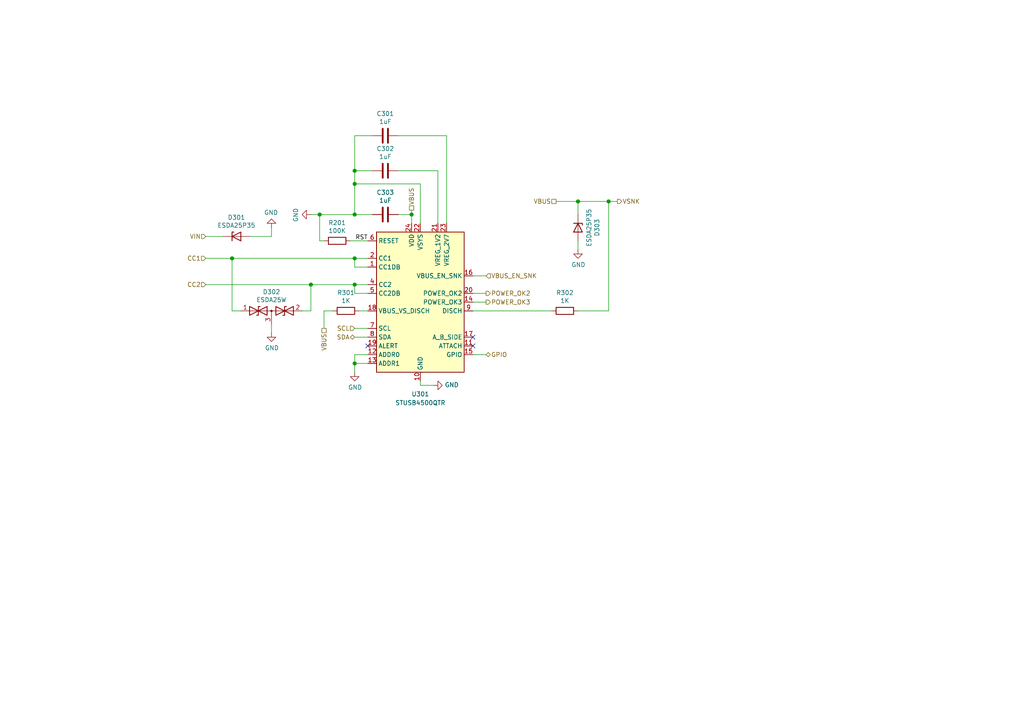
<source format=kicad_sch>
(kicad_sch (version 20200828) (generator eeschema)
  (page 2 4)
  (paper "A4")
  (lib_symbols
    (symbol "Device:C" (pin_numbers hide) (pin_names (offset 0.254))
      (property "Reference" "C" (at 0.635 2.54 0))
      (property "Value" "C" (at 0.635 -2.54 0))
      (symbol "C_0_1"
        (polyline (pts (xy -2.032 -0.762) (xy 2.032 -0.762)) (stroke (width 0.508)))
        (polyline (pts (xy -2.032 0.762) (xy 2.032 0.762)) (stroke (width 0.508)))
      )
      (symbol "C_1_1"
        (pin passive line (at 0 3.81 270) (length 2.794) (name "~") (number "1"))
        (pin passive line (at 0 -3.81 90) (length 2.794) (name "~") (number "2"))
      )
    )
    (symbol "Device:D_TVS_x2_AAC" (pin_names (offset 1.016) hide)
      (property "Reference" "D" (at 0 4.445 0))
      (property "Value" "Device_D_TVS_x2_AAC" (at 0 2.54 0))
      (symbol "D_TVS_x2_AAC_0_1"
        (circle (center 0 0) (radius 0.254) (fill (type outline)))
        (polyline (pts (xy -6.35 0) (xy 6.35 0)))
        (polyline (pts (xy -3.302 1.27) (xy -3.81 1.27) (xy -3.81 -1.27) (xy -4.318 -1.27)) (stroke (width 0.254)))
        (polyline (pts (xy 4.318 1.27) (xy 3.81 1.27) (xy 3.81 -1.27) (xy 3.302 -1.27)) (stroke (width 0.254)))
        (polyline (pts (xy -6.35 1.27) (xy -1.27 -1.27) (xy -1.27 1.27) (xy -6.35 -1.27) (xy -6.35 1.27)) (stroke (width 0.254)))
        (polyline (pts (xy 6.35 1.27) (xy 1.27 -1.27) (xy 1.27 1.27) (xy 6.35 -1.27) (xy 6.35 1.27)) (stroke (width 0.254)))
      )
      (symbol "D_TVS_x2_AAC_0_0"
        (polyline (pts (xy 0 -1.27) (xy 0 0)))
      )
      (symbol "D_TVS_x2_AAC_1_1"
        (pin passive line (at -8.89 0 0) (length 2.54) (name "A1") (number "1"))
        (pin passive line (at 8.89 0 180) (length 2.54) (name "A2") (number "2"))
        (pin input line (at 0 -3.81 90) (length 2.54) (name "common") (number "3"))
      )
    )
    (symbol "Device:D_Zener" (pin_numbers hide) (pin_names (offset 1.016) hide)
      (property "Reference" "D" (at 0 2.54 0))
      (property "Value" "D_Zener" (at 0 -2.54 0))
      (symbol "D_Zener_0_1"
        (polyline (pts (xy 1.27 0) (xy -1.27 0)))
        (polyline (pts (xy -1.27 -1.27) (xy -1.27 1.27) (xy -0.762 1.27)) (stroke (width 0.254)))
        (polyline (pts (xy 1.27 -1.27) (xy 1.27 1.27) (xy -1.27 0) (xy 1.27 -1.27)) (stroke (width 0.254)))
      )
      (symbol "D_Zener_1_1"
        (pin passive line (at -3.81 0 0) (length 2.54) (name "K") (number "1"))
        (pin passive line (at 3.81 0 180) (length 2.54) (name "A") (number "2"))
      )
    )
    (symbol "Device:R" (pin_numbers hide) (pin_names (offset 0))
      (property "Reference" "R" (at 2.032 0 90))
      (property "Value" "R" (at 0 0 90))
      (symbol "R_0_1"
        (rectangle (start -1.016 -2.54) (end 1.016 2.54) (stroke (width 0.254)))
      )
      (symbol "R_1_1"
        (pin passive line (at 0 3.81 270) (length 1.27) (name "~") (number "1"))
        (pin passive line (at 0 -3.81 90) (length 1.27) (name "~") (number "2"))
      )
    )
    (symbol "Interface_USB:STUSB4500QTR"
      (property "Reference" "U" (at -12.7 21.59 0))
      (property "Value" "STUSB4500QTR" (at 8.89 -21.59 0))
      (symbol "STUSB4500QTR_0_1"
        (rectangle (start -12.7 20.32) (end 12.7 -20.32) (stroke (width 0.254)) (fill (type background)))
      )
      (symbol "STUSB4500QTR_1_1"
        (pin bidirectional line (at -15.24 10.16 0) (length 2.54) (name "CC1DB") (number "1"))
        (pin power_in line (at 0 -22.86 90) (length 2.54) (name "GND") (number "10"))
        (pin open_collector line (at 15.24 -12.7 180) (length 2.54) (name "ATTACH") (number "11"))
        (pin input line (at -15.24 -15.24 0) (length 2.54) (name "ADDR0") (number "12"))
        (pin input line (at -15.24 -17.78 0) (length 2.54) (name "ADDR1") (number "13"))
        (pin open_collector line (at 15.24 0 180) (length 2.54) (name "POWER_OK3") (number "14"))
        (pin open_collector line (at 15.24 -15.24 180) (length 2.54) (name "GPIO") (number "15"))
        (pin open_collector line (at 15.24 7.62 180) (length 2.54) (name "VBUS_EN_SNK") (number "16"))
        (pin open_collector line (at 15.24 -10.16 180) (length 2.54) (name "A_B_SIDE") (number "17"))
        (pin input line (at -15.24 -2.54 0) (length 2.54) (name "VBUS_VS_DISCH") (number "18"))
        (pin open_collector line (at -15.24 -12.7 0) (length 2.54) (name "ALERT") (number "19"))
        (pin bidirectional line (at -15.24 12.7 0) (length 2.54) (name "CC1") (number "2"))
        (pin open_collector line (at 15.24 2.54 180) (length 2.54) (name "POWER_OK2") (number "20"))
        (pin power_out line (at 5.08 22.86 270) (length 2.54) (name "VREG_1V2") (number "21"))
        (pin power_in line (at 0 22.86 270) (length 2.54) (name "VSYS") (number "22"))
        (pin power_out line (at 7.62 22.86 270) (length 2.54) (name "VREG_2V7") (number "23"))
        (pin power_in line (at -2.54 22.86 270) (length 2.54) (name "VDD") (number "24"))
        (pin passive line (at 0 -22.86 90) (length 2.54) hide (name "GND") (number "25"))
        (pin unconnected line (at -12.7 15.24 0) (length 2.54) hide (name "NC") (number "3"))
        (pin bidirectional line (at -15.24 5.08 0) (length 2.54) (name "CC2") (number "4"))
        (pin bidirectional line (at -15.24 2.54 0) (length 2.54) (name "CC2DB") (number "5"))
        (pin input line (at -15.24 17.78 0) (length 2.54) (name "RESET") (number "6"))
        (pin input line (at -15.24 -7.62 0) (length 2.54) (name "SCL") (number "7"))
        (pin bidirectional line (at -15.24 -10.16 0) (length 2.54) (name "SDA") (number "8"))
        (pin bidirectional line (at 15.24 -2.54 180) (length 2.54) (name "DISCH") (number "9"))
      )
    )
    (symbol "power:GND" (power) (pin_names (offset 0))
      (property "Value" "GND" (at 0 -3.81 0))
      (symbol "GND_0_1"
        (polyline (pts (xy 0 0) (xy 0 -1.27) (xy 1.27 -1.27) (xy 0 -2.54) (xy -1.27 -1.27) (xy 0 -1.27)))
      )
      (symbol "GND_1_1"
        (pin power_in line (at 0 0 270) (length 0) hide (name "GND") (number "1"))
      )
    )
  )
  (junction (at 67.31 74.93) (diameter 1.016))
  (junction (at 90.17 82.55) (diameter 1.016))
  (junction (at 92.71 62.23) (diameter 1.016))
  (junction (at 102.87 49.53) (diameter 1.016))
  (junction (at 102.87 53.34) (diameter 1.016))
  (junction (at 102.87 62.23) (diameter 1.016))
  (junction (at 102.87 74.93) (diameter 1.016))
  (junction (at 102.87 82.55) (diameter 1.016))
  (junction (at 102.87 105.41) (diameter 1.016))
  (junction (at 119.38 62.23) (diameter 1.016))
  (junction (at 167.64 58.42) (diameter 1.016))
  (junction (at 176.53 58.42) (diameter 1.016))
  (no_connect (at 137.16 97.79))
  (no_connect (at 106.68 100.33))
  (no_connect (at 137.16 100.33))
  (wire (pts (xy 59.69 82.55) (xy 90.17 82.55)))
  (wire (pts (xy 64.77 68.58) (xy 59.69 68.58)))
  (wire (pts (xy 67.31 74.93) (xy 59.69 74.93)))
  (wire (pts (xy 67.31 74.93) (xy 102.87 74.93)))
  (wire (pts (xy 67.31 90.17) (xy 67.31 74.93)))
  (wire (pts (xy 69.85 90.17) (xy 67.31 90.17)))
  (wire (pts (xy 78.74 66.04) (xy 78.74 68.58)))
  (wire (pts (xy 78.74 68.58) (xy 72.39 68.58)))
  (wire (pts (xy 78.74 93.98) (xy 78.74 96.52)))
  (wire (pts (xy 87.63 90.17) (xy 90.17 90.17)))
  (wire (pts (xy 90.17 82.55) (xy 102.87 82.55)))
  (wire (pts (xy 90.17 90.17) (xy 90.17 82.55)))
  (wire (pts (xy 92.71 62.23) (xy 90.17 62.23)))
  (wire (pts (xy 92.71 69.85) (xy 92.71 62.23)))
  (wire (pts (xy 93.98 69.85) (xy 92.71 69.85)))
  (wire (pts (xy 93.98 90.17) (xy 93.98 95.25)))
  (wire (pts (xy 96.52 90.17) (xy 93.98 90.17)))
  (wire (pts (xy 101.6 69.85) (xy 106.68 69.85)))
  (wire (pts (xy 102.87 39.37) (xy 102.87 49.53)))
  (wire (pts (xy 102.87 49.53) (xy 102.87 53.34)))
  (wire (pts (xy 102.87 53.34) (xy 102.87 62.23)))
  (wire (pts (xy 102.87 62.23) (xy 92.71 62.23)))
  (wire (pts (xy 102.87 74.93) (xy 106.68 74.93)))
  (wire (pts (xy 102.87 77.47) (xy 102.87 74.93)))
  (wire (pts (xy 102.87 82.55) (xy 106.68 82.55)))
  (wire (pts (xy 102.87 85.09) (xy 102.87 82.55)))
  (wire (pts (xy 102.87 95.25) (xy 106.68 95.25)))
  (wire (pts (xy 102.87 97.79) (xy 106.68 97.79)))
  (wire (pts (xy 102.87 102.87) (xy 102.87 105.41)))
  (wire (pts (xy 102.87 105.41) (xy 102.87 107.95)))
  (wire (pts (xy 106.68 77.47) (xy 102.87 77.47)))
  (wire (pts (xy 106.68 85.09) (xy 102.87 85.09)))
  (wire (pts (xy 106.68 90.17) (xy 104.14 90.17)))
  (wire (pts (xy 106.68 102.87) (xy 102.87 102.87)))
  (wire (pts (xy 106.68 105.41) (xy 102.87 105.41)))
  (wire (pts (xy 107.95 39.37) (xy 102.87 39.37)))
  (wire (pts (xy 107.95 49.53) (xy 102.87 49.53)))
  (wire (pts (xy 107.95 62.23) (xy 102.87 62.23)))
  (wire (pts (xy 119.38 62.23) (xy 115.57 62.23)))
  (wire (pts (xy 119.38 62.23) (xy 119.38 60.96)))
  (wire (pts (xy 119.38 64.77) (xy 119.38 62.23)))
  (wire (pts (xy 121.92 53.34) (xy 102.87 53.34)))
  (wire (pts (xy 121.92 64.77) (xy 121.92 53.34)))
  (wire (pts (xy 121.92 110.49) (xy 121.92 111.76)))
  (wire (pts (xy 121.92 111.76) (xy 125.73 111.76)))
  (wire (pts (xy 127 49.53) (xy 115.57 49.53)))
  (wire (pts (xy 127 49.53) (xy 127 64.77)))
  (wire (pts (xy 129.54 39.37) (xy 115.57 39.37)))
  (wire (pts (xy 129.54 39.37) (xy 129.54 64.77)))
  (wire (pts (xy 137.16 80.01) (xy 140.97 80.01)))
  (wire (pts (xy 137.16 85.09) (xy 140.97 85.09)))
  (wire (pts (xy 137.16 87.63) (xy 140.97 87.63)))
  (wire (pts (xy 140.97 102.87) (xy 137.16 102.87)))
  (wire (pts (xy 160.02 90.17) (xy 137.16 90.17)))
  (wire (pts (xy 161.29 58.42) (xy 167.64 58.42)))
  (wire (pts (xy 167.64 62.23) (xy 167.64 58.42)))
  (wire (pts (xy 167.64 69.85) (xy 167.64 72.39)))
  (wire (pts (xy 176.53 58.42) (xy 167.64 58.42)))
  (wire (pts (xy 176.53 58.42) (xy 176.53 90.17)))
  (wire (pts (xy 176.53 90.17) (xy 167.64 90.17)))
  (wire (pts (xy 179.07 58.42) (xy 176.53 58.42)))
  (label "RST" (at 106.68 69.85 180))
  (hierarchical_label "VIN" (shape input) (at 59.69 68.58 180))
  (hierarchical_label "CC1" (shape input) (at 59.69 74.93 180))
  (hierarchical_label "CC2" (shape input) (at 59.69 82.55 180))
  (hierarchical_label "VBUS" (shape passive) (at 93.98 95.25 270))
  (hierarchical_label "SCL" (shape input) (at 102.87 95.25 180))
  (hierarchical_label "SDA" (shape bidirectional) (at 102.87 97.79 180))
  (hierarchical_label "VBUS" (shape passive) (at 119.38 60.96 90))
  (hierarchical_label "VBUS_EN_SNK" (shape input) (at 140.97 80.01 0))
  (hierarchical_label "POWER_OK2" (shape output) (at 140.97 85.09 0))
  (hierarchical_label "POWER_OK3" (shape output) (at 140.97 87.63 0))
  (hierarchical_label "GPIO" (shape bidirectional) (at 140.97 102.87 0))
  (hierarchical_label "VBUS" (shape passive) (at 161.29 58.42 180))
  (hierarchical_label "VSNK" (shape output) (at 179.07 58.42 0))
  (symbol (lib_id "power:GND") (at 78.74 66.04 180) (unit 1)
    (property "Reference" "#PWR0301" (effects hide))
    (property "Value" "GND" (at 78.613 61.6458 0))
  )
  (symbol (lib_id "power:GND") (at 78.74 96.52 0) (unit 1)
    (property "Reference" "#PWR0302" (effects hide))
    (property "Value" "GND" (at 78.867 100.9142 0))
  )
  (symbol (lib_id "power:GND") (at 90.17 62.23 270) (unit 1)
    (property "Reference" "#PWR0303" (effects hide))
    (property "Value" "GND" (at 85.7758 62.357 0))
  )
  (symbol (lib_id "power:GND") (at 102.87 107.95 0) (unit 1)
    (property "Reference" "#PWR0304" (effects hide))
    (property "Value" "GND" (at 102.997 112.3442 0))
  )
  (symbol (lib_id "power:GND") (at 125.73 111.76 90) (unit 1)
    (property "Reference" "#PWR0305" (effects hide))
    (property "Value" "GND" (at 128.9812 111.633 90) (effects (justify right)))
  )
  (symbol (lib_id "power:GND") (at 167.64 72.39 0) (unit 1)
    (property "Reference" "#PWR0306" (effects hide))
    (property "Value" "GND" (at 167.767 76.7842 0))
  )
  (symbol (lib_id "Device:R") (at 97.79 69.85 90) (unit 1)
    (property "Reference" "R201" (at 97.79 64.6238 90))
    (property "Value" "100K" (at 97.79 66.923 90))
    (property "Footprint" "Resistor_SMD:R_0603_1608Metric" (effects hide))
  )
  (symbol (lib_id "Device:R") (at 100.33 90.17 270) (unit 1)
    (property "Reference" "R301" (at 100.33 84.9122 90))
    (property "Value" "1K" (at 100.33 87.2236 90))
    (property "Footprint" "Resistor_SMD:R_0603_1608Metric" (effects hide))
  )
  (symbol (lib_id "Device:R") (at 163.83 90.17 270) (unit 1)
    (property "Reference" "R302" (at 163.83 84.9122 90))
    (property "Value" "1K" (at 163.83 87.2236 90))
    (property "Footprint" "Resistor_SMD:R_0603_1608Metric" (effects hide))
  )
  (symbol (lib_id "Device:D_Zener") (at 68.58 68.58 0) (unit 1)
    (property "Reference" "D301" (at 68.58 63.0682 0))
    (property "Value" "ESDA25P35" (at 68.58 65.3796 0))
    (property "Footprint" "Diode_SMD:D_0603_1608Metric" (effects hide))
    (property "Part" "ESDA25P35" (effects hide))
  )
  (symbol (lib_id "Device:D_Zener") (at 167.64 66.04 270) (unit 1)
    (property "Reference" "D303" (at 173.1518 66.04 0))
    (property "Value" "ESDA25P35" (at 170.8404 66.04 0))
    (property "Footprint" "Diode_SMD:D_0603_1608Metric" (effects hide))
    (property "Part" "ESDA25P35" (effects hide))
  )
  (symbol (lib_id "Device:C") (at 111.76 39.37 270) (unit 1)
    (property "Reference" "C301" (at 111.76 32.9692 90))
    (property "Value" "1uF" (at 111.76 35.2806 90))
    (property "Footprint" "Capacitor_SMD:C_0603_1608Metric" (effects hide))
  )
  (symbol (lib_id "Device:C") (at 111.76 49.53 270) (unit 1)
    (property "Reference" "C302" (at 111.76 43.1292 90))
    (property "Value" "1uF" (at 111.76 45.4406 90))
    (property "Footprint" "Capacitor_SMD:C_0603_1608Metric" (effects hide))
  )
  (symbol (lib_id "Device:C") (at 111.76 62.23 270) (unit 1)
    (property "Reference" "C303" (at 111.76 55.8292 90))
    (property "Value" "1uF" (at 111.76 58.1406 90))
    (property "Footprint" "Capacitor_SMD:C_0603_1608Metric" (effects hide))
  )
  (symbol (lib_id "Device:D_TVS_x2_AAC") (at 78.74 90.17 0) (unit 1)
    (property "Reference" "D302" (at 78.74 84.6582 0))
    (property "Value" "ESDA25W" (at 78.74 86.9696 0))
    (property "Footprint" "Package_TO_SOT_SMD:SOT-23" (effects hide))
    (property "Part" "ESDA25W" (effects hide))
  )
  (symbol (lib_id "Interface_USB:STUSB4500QTR") (at 121.92 87.63 0) (unit 1)
    (property "Reference" "U301" (at 121.92 114.3 0))
    (property "Value" "STUSB4500QTR" (at 121.92 116.84 0))
    (property "Footprint" "Package_DFN_QFN:QFN-24-1EP_4x4mm_P0.5mm_EP2.7x2.7mm" (effects hide))
    (property "Datasheet" "https://www.st.com/resource/en/datasheet/stusb4500.pdf" (effects hide))
  )
)
</source>
